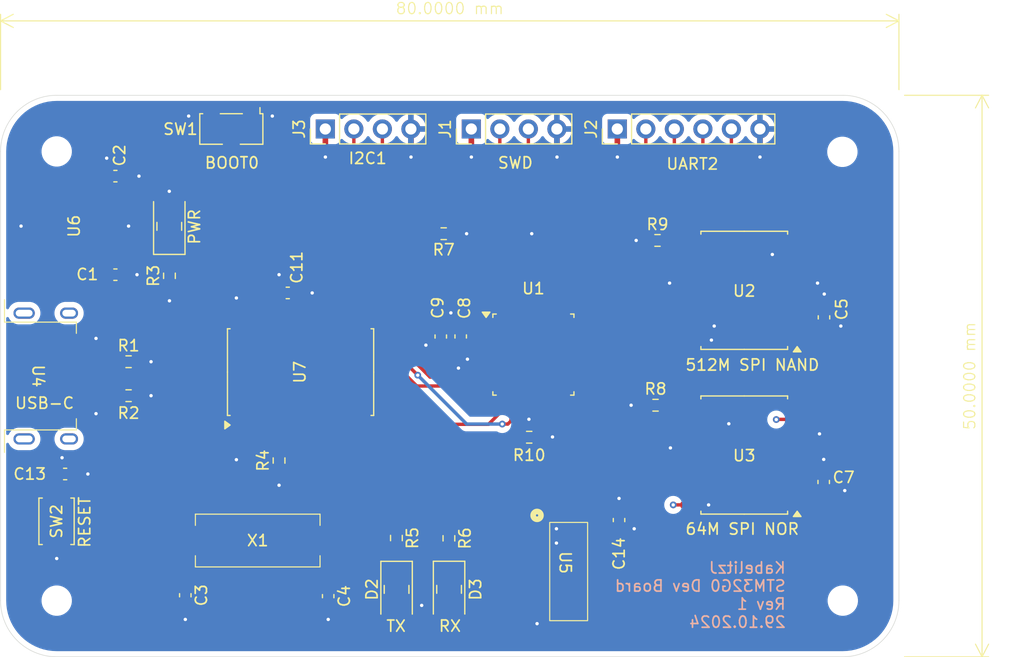
<source format=kicad_pcb>
(kicad_pcb (version 20240108) (generator "pcbnew") (generator_version "8.0")
  (layers (0 "F.Cu" signal) (1 "In1.Cu" signal) (2 "In2.Cu" signal) (31 "B.Cu" signal) (34 "B.Paste" user) (35 "F.Paste" user) (36 "B.SilkS" user "B.Silkscreen") (37 "F.SilkS" user "F.Silkscreen") (38 "B.Mask" user) (39 "F.Mask" user) (44 "Edge.Cuts" user))
  (net 0 "")
  (net 1 "GND")
  (net 2 "+3.3V")
  (net 3 "NRST")
  (net 4 "BOOT0")
  (net 9 "FLASH_CS")
  (net 19 "SWDIO")
  (net 20 "+5V_USB")
  (net 21 "USB_D+")
  (net 28 "SPI1_SCK")
  (net 29 "SPI1_MOSI")
  (net 30 "SPI1_MISO")
  (net 32 "/UART/RST")
  (net 33 "USB_D-")
  (net 34 "I2C1_SDA")
  (net 35 "I2C1_SCL")
  (net 36 "Net-(U3-HOLD(IO_{3}))")
  (net 37 "/UART/OSC1")
  (net 38 "/UART/OSC2")
  (net 39 "Net-(D2-A)")
  (net 40 "Net-(D3-A)")
  (net 41 "UART1_RX")
  (net 42 "UART1_RTS")
  (net 43 "UART1_CTS")
  (net 44 "UART1_TX")
  (net 45 "Net-(U2-HOLD(IO_{3}))")
  (net 46 "UART2_RTS")
  (net 47 "UART2_TX")
  (net 48 "UART2_RX")
  (net 49 "UART2_CTS")
  (net 62 "/UART/TX_LED")
  (net 63 "/UART/RX_LED")
  (net 64 "/POWER_SUPPLY/PWR_LED")
  (net 65 "/POWER_SUPPLY/CC")
  (net 66 "FLASH_NOR_CS")
  (footprint "Capacitor_SMD:C_0603_1608Metric" (layer "F.Cu") (at 163.325 99.775 90)
    (property "Reference" "C5")
    (property "Value" "220n")
  )
  (footprint "Resistor_SMD:R_0603_1608Metric" (layer "F.Cu") (at 148.325 107.6)
    (property "Reference" "R8")
    (property "Value" "10k")
  )
  (footprint "Resistor_SMD:R_0603_1608Metric" (layer "F.Cu") (at 105.04 96.075 90)
    (property "Reference" "R3")
    (property "Value" "2k2")
  )
  (footprint "Capacitor_SMD:C_0603_1608Metric" (layer "F.Cu") (at 95.75 113.725 180)
    (property "Reference" "C13")
    (property "Value" "C")
  )
  (footprint "Capacitor_SMD:C_0603_1608Metric" (layer "F.Cu") (at 106.45 124.52 -90)
    (property "Reference" "C3")
    (property "Value" "C")
  )
  (footprint "Capacitor_SMD:C_0603_1608Metric" (layer "F.Cu") (at 145.075 117.825 90)
    (property "Reference" "C14")
    (property "Value" "C")
  )
  (footprint "Connector_PinHeader_2.54mm:PinHeader_1x06_P2.54mm_Vertical" (layer "F.Cu") (at 144.92 83 90)
    (property "Reference" "J2")
    (property "Value" "Conn_01x06_Pin" (hide yes))
  )
  (footprint "Capacitor_SMD:C_0603_1608Metric" (layer "F.Cu") (at 100.225 95.975)
    (property "Reference" "C1")
    (property "Value" "1u")
  )
  (footprint "Resistor_SMD:R_0603_1608Metric" (layer "F.Cu") (at 137.075 110.45)
    (property "Reference" "R10")
    (property "Value" "10k")
  )
  (footprint "Connector_PinHeader_2.54mm:PinHeader_1x04_P2.54mm_Vertical" (layer "F.Cu") (at 118.92 83 90)
    (property "Reference" "J3")
    (property "Value" "Conn_01x04_Pin" (hide yes))
  )
  (footprint "Resistor_SMD:R_0603_1608Metric" (layer "F.Cu") (at 148.5 92.925)
    (property "Reference" "R9")
    (property "Value" "10k")
  )
  (footprint "Button_Switch_SMD:Nidec_Copal_CAS-120A" (layer "F.Cu") (at 110.55 83 -90)
    (property "Reference" "SW1")
    (property "Value" "SW_Nidec_CAS-120A1" (hide yes))
  )
  (footprint "LED_SMD:LED_PLCC-2_3x2mm_AK" (layer "F.Cu") (at 129.94 123.995 -90)
    (property "Reference" "D3")
    (property "Value" "LED")
  )
  (footprint "Capacitor_SMD:C_0603_1608Metric" (layer "F.Cu") (at 130.975 101.475 90)
    (property "Reference" "C8")
    (property "Value" "100u")
  )
  (footprint "MountingHole:MountingHole_2.2mm_M2" (layer "F.Cu") (at 164.964466 85.035534)
    (property "Reference" "H2" (hide yes))
    (property "Value" "MountingHole" (hide yes))
  )
  (footprint "Capacitor_SMD:C_0603_1608Metric" (layer "F.Cu") (at 163.3 114.435 90)
    (property "Reference" "C7")
    (property "Value" "220n")
  )
  (footprint "Resistor_SMD:R_0603_1608Metric" (layer "F.Cu") (at 129.925 119.45 -90)
    (property "Reference" "R6")
    (property "Value" "R")
  )
  (footprint "Capacitor_SMD:C_0603_1608Metric" (layer "F.Cu") (at 100.225 87.2)
    (property "Reference" "C2")
    (property "Value" "10u")
  )
  (footprint "LED_SMD:LED_PLCC-2_3x2mm_AK" (layer "F.Cu") (at 105.025 91.67 90)
    (property "Reference" "D1" (hide yes))
    (property "Value" "LED")
  )
  (footprint "Package_SO:SOIC-20W_7.5x12.8mm_P1.27mm" (layer "F.Cu") (at 116.715 104.65 90)
    (property "Reference" "U7")
    (property "Value" "MCP2200-I-SO")
  )
  (footprint "Resistor_SMD:R_0603_1608Metric" (layer "F.Cu") (at 125.25 119.425 -90)
    (property "Reference" "R5")
    (property "Value" "R")
  )
  (footprint "MountingHole:MountingHole_2.2mm_M2" (layer "F.Cu") (at 95 85)
    (property "Reference" "H1" (hide yes))
    (property "Value" "MountingHole" (hide yes))
  )
  (footprint "Resistor_SMD:R_0603_1608Metric" (layer "F.Cu") (at 101.4 106.75)
    (property "Reference" "R2")
    (property "Value" "5k1")
  )
  (footprint "custom:74AC14SCX" (layer "F.Cu") (at 140.575 122.41 -90)
    (property "Reference" "U5")
    (property "Value" "~")
  )
  (footprint "Package_SO:SOIC-16W_7.5x10.3mm_P1.27mm" (layer "F.Cu") (at 156.225 112.035 180)
    (property "Reference" "U3")
    (property "Value" "~")
  )
  (footprint "MountingHole:MountingHole_2.2mm_M2" (layer "F.Cu") (at 95 125)
    (property "Reference" "H4" (hide yes))
    (property "Value" "MountingHole" (hide yes))
  )
  (footprint "custom:73-XT49M1200-S" (layer "F.Cu") (at 112.9 119.65)
    (property "Reference" "X1")
    (property "Value" "12M")
  )
  (footprint "Package_QFP:LQFP-32_7x7mm_P0.8mm" (layer "F.Cu") (at 137.45 103.09)
    (property "Reference" "U1")
    (property "Value" "STM32G0B0KETx")
  )
  (footprint "Connector_PinHeader_2.54mm:PinHeader_1x04_P2.54mm_Vertical" (layer "F.Cu") (at 131.92 83 90)
    (property "Reference" "J1")
    (property "Value" "Conn_01x04_Pin" (hide yes))
  )
  (footprint "Capacitor_SMD:C_0603_1608Metric" (layer "F.Cu") (at 119.175 124.6 -90)
    (property "Reference" "C4")
    (property "Value" "C")
  )
  (footprint "custom:TPS7B8333QDCYRQ1" (layer "F.Cu") (at 96.55 91.65 90)
    (property "Reference" "U6")
    (property "Value" "~")
  )
  (footprint "Button_Switch_SMD:SW_Push_SPST_NO_Alps_SKRK" (layer "F.Cu") (at 94.985 117.935 90)
    (property "Reference" "SW2")
    (property "Value" "SW_Push")
  )
  (footprint "Resistor_SMD:R_0603_1608Metric" (layer "F.Cu") (at 114.8 112.525 90)
    (property "Reference" "R4")
    (property "Value" "4k7")
  )
  (footprint "Resistor_SMD:R_0603_1608Metric" (layer "F.Cu") (at 101.4 103.725)
    (property "Reference" "R1")
    (property "Value" "5k1")
  )
  (footprint "custom:UJ20-C-H-C-MSMT-TR" (layer "F.Cu") (at 93.35 105 -90)
    (property "Reference" "U4")
    (property "Value" "~" (hide yes))
  )
  (footprint "LED_SMD:LED_PLCC-2_3x2mm_AK" (layer "F.Cu") (at 125.265 124 -90)
    (property "Reference" "D2")
    (property "Value" "LED")
  )
  (footprint "MountingHole:MountingHole_2.2mm_M2" (layer "F.Cu") (at 165 125)
    (property "Reference" "H3" (hide yes))
    (property "Value" "MountingHole" (hide yes))
  )
  (footprint "Package_SO:SOIC-16W_7.5x10.3mm_P1.27mm" (layer "F.Cu") (at 156.225 97.37 180)
    (property "Reference" "U2")
    (property "Value" "~")
  )
  (footprint "Resistor_SMD:R_0603_1608Metric" (layer "F.Cu") (at 129.46 92.325 180)
    (property "Reference" "R7")
    (property "Value" "10k")
  )
  (footprint "Capacitor_SMD:C_0603_1608Metric" (layer "F.Cu") (at 129.2 101.48 90)
    (property "Reference" "C9")
    (property "Value" "C")
  )
  (footprint "Capacitor_SMD:C_0603_1608Metric" (layer "F.Cu") (at 115.575 97.6)
    (property "Reference" "C11")
    (property "Value" "C")
  )
  (gr_line (start 95 80) (end 165 80) (stroke (width 0.05)) (layer "Edge.Cuts"))
  (gr_arc (start 90 85) (mid 91.464466 81.464466) (end 95 80) (stroke (width 0.05)) (layer "Edge.Cuts"))
  (gr_arc (start 95 130) (mid 91.464466 128.535534) (end 90 125) (stroke (width 0.05)) (layer "Edge.Cuts"))
  (gr_line (start 90 85) (end 90 125) (stroke (width 0.05)) (layer "Edge.Cuts"))
  (gr_line (start 170 125) (end 170 85) (stroke (width 0.05)) (layer "Edge.Cuts"))
  (gr_arc (start 170 125) (mid 168.535534 128.535534) (end 165 130) (stroke (width 0.05)) (layer "Edge.Cuts"))
  (gr_arc (start 165 80) (mid 168.535534 81.464466) (end 170 85) (stroke (width 0.05)) (layer "Edge.Cuts"))
  (gr_line (start 95 130) (end 165 130) (stroke (width 0.05)) (layer "Edge.Cuts"))
  (gr_text "KabelitzJ\nSTM32G0 Dev Board\nRev 1\n29.10.2024" (at 160 127.5 0) (layer "B.SilkS") (effects (font (size 1 1)) (justify left bottom mirror)))
  (gr_text "SWD" (at 134.2 86.6 0) (layer "F.SilkS") (effects (font (size 1 1)) (justify left bottom)))
  (gr_text "TX" (at 124.265 127.855 0) (layer "F.SilkS") (effects (font (size 1 1)) (justify left bottom)))
  (gr_text "PWR" (at 107.85 93.375 90) (layer "F.SilkS") (effects (font (size 1 1)) (justify left bottom)))
  (gr_text "64M SPI NOR" (at 150.9 119.21 0) (layer "F.SilkS") (effects (font (size 1 1)) (justify left bottom)))
  (gr_text "USB-C" (at 91.2 108 0) (layer "F.SilkS") (effects (font (size 1 1)) (justify left bottom)))
  (gr_text "RX" (at 128.94 127.85 0) (layer "F.SilkS") (effects (font (size 1 1)) (justify left bottom)))
  (gr_text "RESET" (at 98.075 120.375 90) (layer "F.SilkS") (effects (font (size 1 1)) (justify left bottom)))
  (gr_text "UART2" (at 149.2 86.7 0) (layer "F.SilkS") (effects (font (size 1 1)) (justify left bottom)))
  (gr_text "BOOT0" (at 108.1 86.6 0) (layer "F.SilkS") (effects (font (size 1 1)) (justify left bottom)))
  (gr_text "512M SPI NAND" (at 150.9 104.6 0) (layer "F.SilkS") (effects (font (size 1 1)) (justify left bottom)))
  (gr_text "I2C1\n" (at 120.9 86.2 0) (layer "F.SilkS") (effects (font (size 1 1)) (justify left bottom)))
  (dimension (type aligned) (layer "F.SilkS") (pts (xy 170 80) (xy 170 130)) (height -7.4) (gr_text "50,0000 mm" (at 176.3 105 90) (layer "F.SilkS") (effects (font (size 1 1) (thickness 0.1)))) (format (prefix "") (suffix "") (units 3) (units_format 1) (precision 4)) (style (thickness 0.1) (arrow_length 1.27) (text_position_mode 0) (extension_height 0.58642) (extension_offset 0.5) keep_text_aligned))
  (dimension (type aligned) (layer "F.SilkS") (pts (xy 90 80) (xy 170 80)) (height -6.625) (gr_text "80,0000 mm" (at 130 72.275 0) (layer "F.SilkS") (effects (font (size 1 1) (thickness 0.1)))) (format (prefix "") (suffix "") (units 3) (units_format 1) (precision 4)) (style (thickness 0.1) (arrow_length 1.27) (text_position_mode 0) (extension_height 0.58642) (extension_offset 0.5) keep_text_aligned))
  (segment (start 151.575 111.4) (end 149.65 111.4) (width 0.5) (layer "F.Cu") (net 1))
  (segment (start 93.65 91.65) (end 91.825 91.65) (width 0.5) (layer "F.Cu") (net 1))
  (segment (start 157.625 83.005) (end 157.62 83) (width 0.5) (layer "F.Cu") (net 1))
  (segment (start 160.875 96.735) (end 160.875 95.465) (width 0.5) (layer "F.Cu") (net 1))
  (segment (start 149.575 96.725) (end 151.565 96.725) (width 0.5) (layer "F.Cu") (net 1))
  (segment (start 163.3 113.66) (end 163.3 112.425) (width 0.5) (layer "F.Cu") (net 1))
  (segment (start 151.575 96.735) (end 151.575 98.005) (width 0.5) (layer "F.Cu") (net 1))
  (segment (start 160.875 112.67) (end 160.875 111.4) (width 0.5) (layer "F.Cu") (net 1))
  (segment (start 126.55 85.5) (end 126.55 83.01) (width 0.5) (layer "F.Cu") (net 1))
  (segment (start 102.325 87.2) (end 101 87.2) (width 0.5) (layer "F.Cu") (net 1))
  (segment (start 97.3 101.65) (end 98.5 101.65) (width 0.5) (layer "F.Cu") (net 1))
  (segment (start 160.875 111.4) (end 160.875 110.13) (width 0.5) (layer "F.Cu") (net 1))
  (segment (start 97.3 108.35) (end 97.3 108.177) (width 0.5) (layer "F.Cu") (net 1))
  (segment (start 97.3 101.65) (end 97.3 101.823) (width 0.5) (layer "F.Cu") (net 1))
  (segment (start 145.075 117.05) (end 145.075 115.9) (width 0.5) (layer "F.Cu") (net 1))
  (segment (start 162.74 96.735) (end 162.75 96.725) (width 0.5) (layer "F.Cu") (net 1))
  (segment (start 151.575 98.005) (end 151.575 99.275) (width 0.5) (layer "F.Cu") (net 1))
  (segment (start 151.575 113.94) (end 151.575 112.67) (width 0.5) (layer "F.Cu") (net 1))
  (segment (start 102.225 103.725) (end 103.4 103.725) (width 0.5) (layer "F.Cu") (net 1))
  (segment (start 139.55 83.01) (end 139.54 83) (width 0.5) (layer "F.Cu") (net 1))
  (segment (start 119.1775 125.3775) (end 119.175 125.375) (width 0.5) (layer "F.Cu") (net 1))
  (segment (start 125.265 125.425) (end 127.5 125.425) (width 0.5) (layer "F.Cu") (net 1))
  (segment (start 151.575 96.735) (end 151.575 95.465) (width 0.5) (layer "F.Cu") (net 1))
  (segment (start 111 98.05) (end 111 100) (width 0.5) (layer "F.Cu") (net 1))
  (segment (start 99.45 91.65) (end 101.4 91.65) (width 0.5) (layer "F.Cu") (net 1))
  (segment (start 160.875 98.005) (end 160.875 96.735) (width 0.5) (layer "F.Cu") (net 1))
  (segment (start 151.565 96.725) (end 151.575 96.735) (width 0.5) (layer "F.Cu") (net 1))
  (segment (start 157.625 85.5) (end 157.625 83.005) (width 0.5) (layer "F.Cu") (net 1))
  (segment (start 102.175 103.725) (end 102.173 103.723) (width 0.5) (layer "F.Cu") (net 1))
  (segment (start 129.2 100.275) (end 130.1 99.375) (width 0.5) (layer "F.Cu") (net 1))
  (segment (start 97.775 113.725) (end 96.525 113.725) (width 0.5) (layer "F.Cu") (net 1))
  (segment (start 160.875 110.13) (end 162.905 110.13) (width 0.5) (layer "F.Cu") (net 1))
  (segment (start 102.225 106.75) (end 103.4 106.75) (width 0.5) (layer "F.Cu") (net 1))
  (segment (start 162.905 110.13) (end 162.925 110.15) (width 0.5) (layer "F.Cu") (net 1))
  (segment (start 94.985 121.235) (end 95 121.25) (width 0.5) (layer "F.Cu") (net 1))
  (segment (start 119.1775 126.675) (end 119.1775 125.3775) (width 0.5) (layer "F.Cu") (net 1))
  (segment (start 129.935 125.425) (end 129.94 125.42) (width 0.5) (layer "F.Cu") (net 1))
  (segment (start 151.575 95.465) (end 151.575 94.195) (width 0.5) (layer "F.Cu") (net 1))
  (segment (start 94.985 120.035) (end 94.985 121.235) (width 0.5) (layer "F.Cu") (net 1))
  (segment (start 151.575 110.13) (end 151.575 108.86) (width 0.5) (layer "F.Cu") (net 1))
  (segment (start 151.575 111.4) (end 151.575 110.13) (width 0.5) (layer "F.Cu") (net 1))
  (segment (start 137.775 126.22) (end 137.775 127.05) (width 0.5) (layer "F.Cu") (net 1))
  (segment (start 163.35 98.975) (end 163.325 99) (width 0.5) (layer "F.Cu") (net 1))
  (segment (start 126.55 83.01) (end 126.54 83) (width 0.5) (layer "F.Cu") (net 1))
  (segment (start 129.205 100.7) (end 129.2 100.705) (width 0.5) (layer "F.Cu") (net 1))
  (segment (start 112.3 81.85) (end 114.2 81.85) (width 0.5) (layer "F.Cu") (net 1))
  (segment (start 133.275 103.49) (end 131.585 103.49) (width 0.5) (layer "F.Cu") (net 1))
  (segment (start 130.975 100.7) (end 130.975 100.25) (width 0.5) (layer "F.Cu") (net 1))
  (segment (start 105.025 90.245) (end 105.025 88.55) (width 0.5) (layer "F.Cu") (net 1))
  (segment (start 101 95.975) (end 102.15 95.975) (width 0.5) (layer "F.Cu") (net 1))
  (segment (start 130.975 100.25) (end 130.1 99.375) (width 0.5) (layer "F.Cu") (net 1))
  (segment (start 160.875 99.275) (end 160.875 98.005) (width 0.5) (layer "F.Cu") (net 1))
  (segment (start 127.5 125.425) (end 129.935 125.425) (width 0.5) (layer "F.Cu") (net 1))
  (segment (start 97.3 108.35) (end 98.5 108.35) (width 0.5) (layer "F.Cu") (net 1))
  (segment (start 160.875 96.735) (end 162.74 96.735) (width 0.5) (layer "F.Cu") (net 1))
  (segment (start 129.2 100.705) (end 129.2 100.275) (width 0.5) (layer "F.Cu") (net 1))
  (segment (start 106.45 125.295) (end 106.45 126.6725) (width 0.5) (layer "F.Cu") (net 1))
  (segment (start 106.45 126.6725) (end 106.4525 126.675) (width 0.5) (layer "F.Cu") (net 1))
  (segment (start 131.585 103.49) (end 131.575 103.5) (width 0.5) (layer "F.Cu") (net 1))
  (segment (start 116.35 97.6) (end 117.75 97.6) (width 0.5) (layer "F.Cu") (net 1))
  (segment (start 139.55 85.5) (end 139.55 83.01) (width 0.5) (layer "F.Cu") (net 1))
  (segment (start 151.575 111.4) (end 151.575 112.67) (width 0.5) (layer "F.Cu") (net 1))
  (segment (start 163.35 97.7) (end 163.35 98.975) (width 0.5) (layer "F.Cu") (net 1))
  (via (at 130.1 99.375) (size 0.6) (drill 0.3) (layers "F.Cu" "B.Cu") (net 1))
  (via (at 162.925 110.15) (size 0.6) (drill 0.3) (layers "F.Cu" "B.Cu") (net 1))
  (via (at 162.75 96.725) (size 0.6) (drill 0.3) (layers "F.Cu" "B.Cu") (net 1))
  (via (at 111 98.05) (size 0.6) (drill 0.3) (layers "F.Cu" "B.Cu") (net 1))
  (via (at 137.775 127.05) (size 0.6) (drill 0.3) (layers "F.Cu" "B.Cu") (net 1))
  (via (at 114.2 81.85) (size 0.6) (drill 0.3) (layers "F.Cu" "B.Cu") (net 1))
  (via (at 106.4525 126.675) (size 0.6) (drill 0.3) (layers "F.Cu" "B.Cu") (net 1))
  (via (at 97.775 113.725) (size 0.6) (drill 0.3) (layers "F.Cu" "B.Cu") (net 1))
  (via (at 145.075 115.9) (size 0.6) (drill 0.3) (layers "F.Cu" "B.Cu") (net 1))
  (via (at 102.15 95.975) (size 0.6) (drill 0.3) (layers "F.Cu" "B.Cu") (net 1))
  (via (at 98.5 108.35) (size 0.6) (drill 0.3) (layers "F.Cu" "B.Cu") (net 1))
  (via (at 103.4 106.75) (size 0.6) (drill 0.3) (layers "F.Cu" "B.Cu") (net 1))
  (via (at 163.35 97.7) (size 0.6) (drill 0.3) (layers "F.Cu" "B.Cu") (net 1))
  (via (at 102.325 87.2) (size 0.6) (drill 0.3) (layers "F.Cu" "B.Cu") (net 1))
  (via (at 98.5 101.65) (size 0.6) (drill 0.3) (layers "F.Cu" "B.Cu") (net 1))
  (via (at 157.625 85.5) (size 0.6) (drill 0.3) (layers "F.Cu" "B.Cu") (net 1))
  (via (at 101.4 91.65) (size 0.6) (drill 0.3) (layers "F.Cu" "B.Cu") (net 1))
  (via (at 117.75 97.6) (size 0.6) (drill 0.3) (layers "F.Cu" "B.Cu") (net 1))
  (via (at 127.5 125.425) (size 0.6) (drill 0.3) (layers "F.Cu" "B.Cu") (net 1))
  (via (at 103.4 103.725) (size 0.6) (drill 0.3) (layers "F.Cu" "B.Cu") (net 1))
  (via (at 149.575 96.725) (size 0.6) (drill 0.3) (layers "F.Cu" "B.Cu") (net 1))
  (via (at 95 121.25) (size 0.6) (drill 0.3) (layers "F.Cu" "B.Cu") (net 1))
  (via (at 105.025 88.55) (size 0.6) (drill 0.3) (layers "F.Cu" "B.Cu") (net 1))
  (via (at 163.3 112.425) (size 0.6) (drill 0.3) (layers "F.Cu" "B.Cu") (net 1))
  (via (at 149.65 111.4) (size 0.6) (drill 0.3) (layers "F.Cu" "B.Cu") (net 1))
  (via (at 119.1775 126.675) (size 0.6) (drill 0.3) (layers "F.Cu" "B.Cu") (net 1))
  (via (at 91.825 91.65) (size 0.6) (drill 0.3) (layers "F.Cu" "B.Cu") (net 1))
  (via (at 139.55 85.5) (size 0.6) (drill 0.3) (layers "F.Cu" "B.Cu") (net 1))
  (via (at 126.55 85.5) (size 0.6) (drill 0.3) (layers "F.Cu" "B.Cu") (net 1))
  (via (at 131.575 103.5) (size 0.6) (drill 0.3) (layers "F.Cu" "B.Cu") (net 1))
  (segment (start 147.675 92.925) (end 146.6 92.925) (width 0.5) (layer "F.Cu") (net 2))
  (segment (start 137.9 110.425) (end 139.15 110.425) (width 0.3) (layer "F.Cu") (net 2))
  (segment (start 114.8 95.975) (end 114.8 97.6) (width 0.5) (layer "F.Cu") (net 2))
  (segment (start 163.3 115.21) (end 160.875 115.21) (width 0.5) (layer "F.Cu") (net 2))
  (segment (start 105.04 98.3) (end 105.04 96.9) (width 0.5) (layer "F.Cu") (net 2))
  (segment (start 144.925 83.005) (end 144.92 83) (width 0.5) (layer "F.Cu") (net 2))
  (segment (start 165.175 115.2) (end 163.31 115.2) (width 0.5) (layer "F.Cu") (net 2))
  (segment (start 132.19 102.69) (end 133.275 102.69) (width 0.5) (layer "F.Cu") (net 2))
  (segment (start 99.45 89.35) (end 99.45 87.2) (width 0.5) (layer "F.Cu") (net 2))
  (segment (start 130.975 102.25) (end 131.75 102.25) (width 0.5) (layer "F.Cu") (net 2))
  (segment (start 130.97 102.255) (end 130.975 102.25) (width 0.5) (layer "F.Cu") (net 2))
  (segment (start 164.825 100.55) (end 163.325 100.55) (width 0.5) (layer "F.Cu") (net 2))
  (segment (start 129.2 102.255) (end 130.97 102.255) (width 0.5) (layer "F.Cu") (net 2))
  (segment (start 131.925 83.005) (end 131.92 83) (width 0.5) (layer "F.Cu") (net 2))
  (segment (start 163.325 100.55) (end 160.88 100.55) (width 0.5) (layer "F.Cu") (net 2))
  (segment (start 144.925 85.5) (end 144.925 83.005) (width 0.5) (layer "F.Cu") (net 2))
  (segment (start 163.31 115.2) (end 163.3 115.21) (width 0.5) (layer "F.Cu") (net 2))
  (segment (start 131.75 102.25) (end 132.19 102.69) (width 0.5) (layer "F.Cu") (net 2))
  (segment (start 111 112.45) (end 111 109.3) (width 0.5) (layer "F.Cu") (net 2))
  (segment (start 114.8 99.99) (end 114.81 100) (width 0.5) (layer "F.Cu") (net 2))
  (segment (start 146.425 118.6) (end 145.075 118.6) (width 0.5) (layer "F.Cu") (net 2))
  (segment (start 106.75 81.85) (end 108.8 81.85) (width 0.5) (layer "F.Cu") (net 2))
  (segment (start 146.15 107.6) (end 147.5 107.6) (width 0.5) (layer "F.Cu") (net 2))
  (segment (start 114.8 114.725) (end 114.8 113.35) (width 0.5) (layer "F.Cu") (net 2))
  (segment (start 129.2 102.255) (end 127.88 102.255) (width 0.5) (layer "F.Cu") (net 2))
  (segment (start 131.925 85.5) (end 131.925 83.005) (width 0.5) (layer "F.Cu") (net 2))
  (segment (start 118.925 83.005) (end 118.92 83) (width 0.5) (layer "F.Cu") (net 2))
  (segment (start 160.88 100.55) (end 160.875 100.545) (width 0.5) (layer "F.Cu") (net 2))
  (segment (start 145.075 118.6) (end 143.575 118.6) (width 0.5) (layer "F.Cu") (net 2))
  (segment (start 143.425 118.55) (end 143.375 118.6) (width 0.5) (layer "F.Cu") (net 2))
  (segment (start 99.45 87.2) (end 99.45 85.6) (width 0.5) (layer "F.Cu") (net 2))
  (segment (start 118.925 85.5) (end 118.925 83.005) (width 0.5) (layer "F.Cu") (net 2))
  (segment (start 114.8 97.6) (end 114.8 99.99) (width 0.5) (layer "F.Cu") (net 2))
  (segment (start 127.88 102.255) (end 127.875 102.25) (width 0.5) (layer "F.Cu") (net 2))
  (via blind (at 105.04 98.3) (size 0.6) (drill 0.3) (layers "F.Cu" "In2.Cu") (net 2))
  (via blind (at 164.825 100.55) (size 0.6) (drill 0.3) (layers "F.Cu" "In2.Cu") (net 2))
  (via blind (at 114.8 114.725) (size 0.6) (drill 0.3) (layers "F.Cu" "In2.Cu") (net 2))
  (via blind (at 127.875 102.25) (size 0.6) (drill 0.3) (layers "F.Cu" "In2.Cu") (net 2))
  (via blind (at 144.925 85.5) (size 0.6) (drill 0.3) (layers "F.Cu" "In2.Cu") (net 2))
  (via blind (at 139.15 110.425) (size 0.6) (drill 0.3) (layers "F.Cu" "In2.Cu") (net 2))
  (via blind (at 114.8 95.975) (size 0.6) (drill 0.3) (layers "F.Cu" "In2.Cu") (net 2))
  (via blind (at 131.925 85.5) (size 0.6) (drill 0.3) (layers "F.Cu" "In2.Cu") (net 2))
  (via blind (at 146.425 118.6) (size 0.6) (drill 0.3) (layers "F.Cu" "In2.Cu") (net 2))
  (via blind (at 99.45 85.6) (size 0.6) (drill 0.3) (layers "F.Cu" "In2.Cu") (net 2))
  (via blind (at 165.175 115.2) (size 0.6) (drill 0.3) (layers "F.Cu" "In2.Cu") (net 2))
  (via blind (at 146.15 107.6) (size 0.6) (drill 0.3) (layers "F.Cu" "In2.Cu") (net 2))
  (via blind (at 111 112.45) (size 0.6) (drill 0.3) (layers "F.Cu" "In2.Cu") (net 2))
  (via blind (at 106.75 81.85) (size 0.6) (drill 0.3) (layers "F.Cu" "In2.Cu") (net 2))
  (via blind (at 118.925 85.5) (size 0.6) (drill 0.3) (layers "F.Cu" "In2.Cu") (net 2))
  (via blind (at 146.6 92.925) (size 0.6) (drill 0.3) (layers "F.Cu" "In2.Cu") (net 2))
  (segment (start 94.985 113.735) (end 94.975 113.725) (width 0.5) (layer "F.Cu") (net 3))
  (segment (start 94.975 113.725) (end 94.975 112.775) (width 0.3) (layer "F.Cu") (net 3))
  (segment (start 94.975 112.775) (end 95.475 112.275) (width 0.3) (layer "F.Cu") (net 3))
  (segment (start 130.775 104.295) (end 133.27 104.295) (width 0.3) (layer "F.Cu") (net 3))
  (segment (start 94.985 115.835) (end 94.985 113.735) (width 0.3) (layer "F.Cu") (net 3))
  (segment (start 133.27 104.295) (end 133.275 104.29) (width 0.5) (layer "F.Cu") (net 3))
  (via blind (at 130.775 104.295) (size 0.6) (drill 0.3) (layers "F.Cu" "In1.Cu") (net 3))
  (via blind (at 95.475 112.275) (size 0.6) (drill 0.3) (layers "F.Cu" "In1.Cu") (net 3))
  (segment (start 110.55 86) (end 116.875 92.325) (width 0.3) (layer "F.Cu") (net 4))
  (segment (start 134.46 83) (end 134.46 89.485) (width 0.3) (layer "F.Cu") (net 4))
  (segment (start 110.55 84.15) (end 110.55 86) (width 0.3) (layer "F.Cu") (net 4))
  (segment (start 140.25 97.32) (end 140.25 95.275) (width 0.3) (layer "F.Cu") (net 4))
  (segment (start 138.825 93.85) (end 137.3 92.325) (width 0.3) (layer "F.Cu") (net 4))
  (segment (start 134.46 89.485) (end 137.3 92.325) (width 0.3) (layer "F.Cu") (net 4))
  (segment (start 140.25 97.32) (end 140.25 98.915) (width 0.3) (layer "F.Cu") (net 4))
  (segment (start 130.285 92.325) (end 131.5 92.325) (width 0.3) (layer "F.Cu") (net 4))
  (segment (start 116.875 92.325) (end 128.635 92.325) (width 0.3) (layer "F.Cu") (net 4))
  (segment (start 140.25 95.275) (end 138.825 93.85) (width 0.3) (layer "F.Cu") (net 4))
  (via blind (at 137.3 92.325) (size 0.6) (drill 0.3) (layers "F.Cu" "In1.Cu") (net 4))
  (via blind (at 131.5 92.325) (size 0.6) (drill 0.3) (layers "F.Cu" "In1.Cu") (net 4))
  (segment (start 136.25 107.265) (end 136.25 110.425) (width 0.3) (layer "F.Cu") (net 9))
  (segment (start 136.25 110.425) (end 136.25 117.075) (width 0.3) (layer "F.Cu") (net 9))
  (segment (start 136.25 117.075) (end 137.775 118.6) (width 0.3) (layer "F.Cu") (net 9))
  (segment (start 160.855 94.175) (end 160.875 94.195) (width 0.3) (layer "F.Cu") (net 9))
  (segment (start 158.725 94.175) (end 160.855 94.175) (width 0.3) (layer "F.Cu") (net 9))
  (segment (start 137.775 118.6) (end 139.5 118.6) (width 0.3) (layer "F.Cu") (net 9))
  (via blind (at 158.725 94.175) (size 0.6) (drill 0.3) (layers "F.Cu" "In1.Cu") (net 9))
  (via blind (at 139.5 118.6) (size 0.6) (drill 0.3) (layers "F.Cu" "In1.Cu") (net 9))
  (segment (start 141.625 95.075) (end 137 90.45) (width 0.3) (layer "F.Cu") (net 19))
  (segment (start 137 90.45) (end 137 83) (width 0.3) (layer "F.Cu") (net 19))
  (segment (start 141.625 100.29) (end 141.625 95.075) (width 0.3) (layer "F.Cu") (net 19))
  (segment (start 96.673 107.423) (end 97.3 107.423) (width 0.5) (layer "F.Cu") (net 20))
  (segment (start 95.571 103.84659) (end 95.571 106.321) (width 0.5) (layer "F.Cu") (net 20))
  (segment (start 96.66759 102.75) (end 95.571 103.84659) (width 0.5) (layer "F.Cu") (net 20))
  (segment (start 95.571 106.321) (end 96.627 107.377) (width 0.5) (layer "F.Cu") (net 20))
  (segment (start 99.45 95.975) (end 99.45 93.95) (width 0.5) (layer "F.Cu") (net 20))
  (segment (start 97.3 102.75) (end 98.460661 102.75) (width 0.5) (layer "F.Cu") (net 20))
  (segment (start 99.45 101.760661) (end 99.45 95.975) (width 0.5) (layer "F.Cu") (net 20))
  (segment (start 97.3 102.75) (end 97.3 102.45) (width 0.5) (layer "F.Cu") (net 20))
  (segment (start 98.460661 102.75) (end 99.45 101.760661) (width 0.5) (layer "F.Cu") (net 20))
  (segment (start 97.3 107.55) (end 97.3 107.377) (width 0.5) (layer "F.Cu") (net 20))
  (segment (start 96.627 107.377) (end 97.3 107.377) (width 0.5) (layer "F.Cu") (net 20))
  (segment (start 96.66759 102.75) (end 97.3 102.75) (width 0.5) (layer "F.Cu") (net 20))
  (segment (start 105.849266 105.55) (end 108.875 102.524266) (width 0.3) (layer "F.Cu") (net 21))
  (segment (start 108.875 102.524266) (end 108.875 98.674266) (width 0.3) (layer "F.Cu") (net 21))
  (segment (start 110.574266 96.975) (end 111.875734 96.975) (width 0.3) (layer "F.Cu") (net 21))
  (segment (start 112.275 99.995) (end 112.27 100) (width 0.3) (layer "F.Cu") (net 21))
  (segment (start 96.421131 105.75) (end 96.098 105.426869) (width 0.3) (layer "F.Cu") (net 21))
  (segment (start 99.585364 105.75) (end 99.785364 105.55) (width 0.3) (layer "F.Cu") (net 21))
  (segment (start 99.785364 105.55) (end 105.849266 105.55) (width 0.3) (layer "F.Cu") (net 21))
  (segment (start 97.3 105.75) (end 96.421131 105.75) (width 0.3) (layer "F.Cu") (net 21))
  (segment (start 97.3 105.75) (end 99.585364 105.75) (width 0.3) (layer "F.Cu") (net 21))
  (segment (start 96.421131 104.75) (end 97.3 104.75) (width 0.3) (layer "F.Cu") (net 21))
  (segment (start 111.875734 96.975) (end 112.275 97.374266) (width 0.3) (layer "F.Cu") (net 21))
  (segment (start 96.098 105.073131) (end 96.421131 104.75) (width 0.3) (layer "F.Cu") (net 21))
  (segment (start 96.098 105.426869) (end 96.098 105.073131) (width 0.3) (layer "F.Cu") (net 21))
  (segment (start 108.875 98.674266) (end 110.574266 96.975) (width 0.3) (layer "F.Cu") (net 21))
  (segment (start 112.275 97.374266) (end 112.275 99.995) (width 0.3) (layer "F.Cu") (net 21))
  (segment (start 151.575 116.48) (end 153.045 116.48) (width 0.3) (layer "F.Cu") (net 28))
  (segment (start 153.3 101.8) (end 151.59 101.8) (width 0.3) (layer "F.Cu") (net 28))
  (segment (start 151.59 101.8) (end 151.575 101.815) (width 0.3) (layer "F.Cu") (net 28))
  (segment (start 149.9 116.475) (end 151.57 116.475) (width 0.3) (layer "F.Cu") (net 28))
  (segment (start 151.57 116.475) (end 151.575 116.48) (width 0.3) (layer "F.Cu") (net 28))
  (segment (start 153.045 116.48) (end 153.05 116.475) (width 0.3) (layer "F.Cu") (net 28))
  (segment (start 137.05 107.265) (end 137.05 108.85) (width 0.3) (layer "F.Cu") (net 28))
  (via blind (at 137.05 108.85) (size 0.6) (drill 0.3) (layers "F.Cu" "In1.Cu") (net 28))
  (via (at 149.9 116.475) (size 0.6) (drill 0.3) (layers "F.Cu" "B.Cu") (net 28))
  (via blind (at 153.05 116.475) (size 0.6) (drill 0.3) (layers "F.Cu" "In1.Cu") (net 28))
  (via blind (at 153.3 101.8) (size 0.6) (drill 0.3) (layers "F.Cu" "In1.Cu") (net 28))
  (segment (start 137.85 107.265) (end 137.85 108.014999) (width 0.3) (layer "F.Cu") (net 29))
  (segment (start 137.85 108.014999) (end 145.045001 115.21) (width 0.3) (layer "F.Cu") (net 29))
  (segment (start 153.55 100.55) (end 151.58 100.55) (width 0.3) (layer "F.Cu") (net 29))
  (segment (start 152.599999 115.21) (end 154.85 112.959999) (width 0.3) (layer "F.Cu") (net 29))
  (segment (start 151.58 100.55) (end 151.575 100.545) (width 0.3) (layer "F.Cu") (net 29))
  (segment (start 154.85 112.959999) (end 154.85 109.25) (width 0.3) (layer "F.Cu") (net 29))
  (segment (start 151.575 115.21) (end 152.599999 115.21) (width 0.3) (layer "F.Cu") (net 29))
  (segment (start 145.045001 115.21) (end 151.575 115.21) (width 0.3) (layer "F.Cu") (net 29))
  (via blind (at 154.85 109.25) (size 0.6) (drill 0.3) (layers "F.Cu" "In1.Cu") (net 29))
  (via blind (at 153.55 100.55) (size 0.6) (drill 0.3) (layers "F.Cu" "In1.Cu") (net 29))
  (segment (start 138.65 108.014999) (end 139.685001 109.05) (width 0.3) (layer "F.Cu") (net 30))
  (segment (start 142.6 109.05) (end 146.475 105.175) (width 0.3) (layer "F.Cu") (net 30))
  (segment (start 138.65 107.265) (end 138.65 108.014999) (width 0.3) (layer "F.Cu") (net 30))
  (segment (start 164.36 107.59) (end 166.175 105.775) (width 0.3) (layer "F.Cu") (net 30))
  (segment (start 158.99 107.59) (end 160.875 107.59) (width 0.3) (layer "F.Cu") (net 30))
  (segment (start 160.875 107.59) (end 164.36 107.59) (width 0.3) (layer "F.Cu") (net 30))
  (segment (start 146.475 105.175) (end 156.575 105.175) (width 0.3) (layer "F.Cu") (net 30))
  (segment (start 156.575 105.175) (end 158.99 107.59) (width 0.3) (layer "F.Cu") (net 30))
  (segment (start 139.685001 109.05) (end 142.6 109.05) (width 0.3) (layer "F.Cu") (net 30))
  (segment (start 166.175 96.1) (end 163 92.925) (width 0.3) (layer "F.Cu") (net 30))
  (segment (start 166.175 105.775) (end 166.175 96.1) (width 0.3) (layer "F.Cu") (net 30))
  (segment (start 163 92.925) (end 160.875 92.925) (width 0.3) (layer "F.Cu") (net 30))
  (segment (start 114.8 109.31) (end 114.81 109.3) (width 0.5) (layer "F.Cu") (net 32))
  (segment (start 114.8 111.7) (end 114.8 109.31) (width 0.5) (layer "F.Cu") (net 32))
  (segment (start 110.325734 96.375) (end 112.124266 96.375) (width 0.3) (layer "F.Cu") (net 33))
  (segment (start 98.602 104.75) (end 99.585364 104.75) (width 0.3) (layer "F.Cu") (net 33))
  (segment (start 105.600734 104.95) (end 108.275 102.275734) (width 0.3) (layer "F.Cu") (net 33))
  (segment (start 113.525 99.985) (end 113.54 100) (width 0.3) (layer "F.Cu") (net 33))
  (segment (start 98.602 104.75) (end 98.102 104.25) (width 0.3) (layer "F.Cu") (net 33))
  (segment (start 98.102 105.25) (end 98.602 104.75) (width 0.3) (layer "F.Cu") (net 33))
  (segment (start 112.124266 96.375) (end 113.525 97.775734) (width 0.3) (layer "F.Cu") (net 33))
  (segment (start 97.3 105.25) (end 98.102 105.25) (width 0.3) (layer "F.Cu") (net 33))
  (segment (start 108.275 102.275734) (end 108.275 98.425734) (width 0.3) (layer "F.Cu") (net 33))
  (segment (start 98.102 104.25) (end 97.3 104.25) (width 0.3) (layer "F.Cu") (net 33))
  (segment (start 113.525 97.775734) (end 113.525 99.985) (width 0.3) (layer "F.Cu") (net 33))
  (segment (start 99.585364 104.75) (end 99.785364 104.95) (width 0.3) (layer "F.Cu") (net 33))
  (segment (start 108.275 98.425734) (end 110.325734 96.375) (width 0.3) (layer "F.Cu") (net 33))
  (segment (start 99.785364 104.95) (end 105.600734 104.95) (width 0.3) (layer "F.Cu") (net 33))
  (segment (start 124 83) (end 124 86.575) (width 0.3) (layer "F.Cu") (net 34))
  (segment (start 125.15 87.725) (end 131.025 87.725) (width 0.3) (layer "F.Cu") (net 34))
  (segment (start 124 86.575) (end 125.15 87.725) (width 0.3) (layer "F.Cu") (net 34))
  (segment (start 135.45 92.15) (end 135.45 98.915) (width 0.3) (layer "F.Cu") (net 34))
  (segment (start 131.025 87.725) (end 135.45 92.15) (width 0.3) (layer "F.Cu") (net 34))
  (segment (start 130.55 88.525) (end 124.325 88.525) (width 0.3) (layer "F.Cu") (net 35))
  (segment (start 121.46 85.66) (end 121.46 83) (width 0.3) (layer "F.Cu") (net 35))
  (segment (start 134.65 92.625) (end 130.55 88.525) (width 0.3) (layer "F.Cu") (net 35))
  (segment (start 134.65 98.915) (end 134.65 92.625) (width 0.3) (layer "F.Cu") (net 35))
  (segment (start 124.325 88.525) (end 121.46 85.66) (width 0.3) (layer "F.Cu") (net 35))
  (segment (start 160.875 116.48) (end 159.850001 116.48) (width 0.5) (layer "F.Cu") (net 36))
  (segment (start 149.66 107.59) (end 151.575 107.59) (width 0.5) (layer "F.Cu") (net 36))
  (segment (start 156.175 109.075) (end 154.69 107.59) (width 0.5) (layer "F.Cu") (net 36))
  (segment (start 159.850001 116.48) (end 156.175 112.804999) (width 0.5) (layer "F.Cu") (net 36))
  (segment (start 149.15 107.6) (end 149.65 107.6) (width 0.5) (layer "F.Cu") (net 36))
  (segment (start 149.65 107.6) (end 149.66 107.59) (width 0.5) (layer "F.Cu") (net 36))
  (segment (start 154.69 107.59) (end 151.575 107.59) (width 0.5) (layer "F.Cu") (net 36))
  (segment (start 156.175 112.804999) (end 156.175 109.075) (width 0.5) (layer "F.Cu") (net 36))
  (segment (start 112.27 115.505) (end 112.27 109.3) (width 0.3) (layer "F.Cu") (net 37))
  (segment (start 106.45 123.745) (end 106.45 121.325) (width 0.3) (layer "F.Cu") (net 37))
  (segment (start 106.45 121.325) (end 108.125 119.65) (width 0.3) (layer "F.Cu") (net 37))
  (segment (start 108.125 119.65) (end 112.27 115.505) (width 0.3) (layer "F.Cu") (net 37))
  (segment (start 119.175 121.15) (end 117.675 119.65) (width 0.3) (layer "F.Cu") (net 38))
  (segment (start 117.675 119.65) (end 113.54 115.515) (width 0.3) (layer "F.Cu") (net 38))
  (segment (start 113.54 115.515) (end 113.54 109.3) (width 0.3) (layer "F.Cu") (net 38))
  (segment (start 119.175 123.825) (end 119.175 121.15) (width 0.3) (layer "F.Cu") (net 38))
  (segment (start 125.25 120.25) (end 125.25 122.56) (width 0.5) (layer "F.Cu") (net 39))
  (segment (start 125.25 122.56) (end 125.265 122.575) (width 0.5) (layer "F.Cu") (net 39))
  (segment (start 129.94 122.57) (end 129.94 120.29) (width 0.5) (layer "F.Cu") (net 40))
  (segment (start 129.94 120.29) (end 129.925 120.275) (width 0.5) (layer "F.Cu") (net 40))
  (segment (start 144.625 101.325) (end 144.625 90.025) (width 0.3) (layer "F.Cu") (net 41))
  (segment (start 141.625 102.69) (end 143.26 102.69) (width 0.3) (layer "F.Cu") (net 41))
  (segment (start 152.54 84.765) (end 152.54 83) (width 0.3) (layer "F.Cu") (net 41))
  (segment (start 152.55 85.025) (end 152.55 84.775) (width 0.3) (layer "F.Cu") (net 41))
  (segment (start 143.26 102.69) (end 144.625 101.325) (width 0.3) (layer "F.Cu") (net 41))
  (segment (start 144.625 90.025) (end 148.15 86.5) (width 0.3) (layer "F.Cu") (net 41))
  (segment (start 148.15 86.5) (end 151.075 86.5) (width 0.3) (layer "F.Cu") (net 41))
  (segment (start 152.55 84.775) (end 152.54 84.765) (width 0.3) (layer "F.Cu") (net 41))
  (segment (start 151.075 86.5) (end 152.55 85.025) (width 0.3) (layer "F.Cu") (net 41))
  (segment (start 142.56 101.09) (end 142.95 100.7) (width 0.3) (layer "F.Cu") (net 42))
  (segment (start 142.95 100.7) (end 142.95 89.225) (width 0.3) (layer "F.Cu") (net 42))
  (segment (start 141.625 101.09) (end 142.56 101.09) (width 0.3) (layer "F.Cu") (net 42))
  (segment (start 142.95 89.225) (end 147.46 84.715) (width 0.3) (layer "F.Cu") (net 42))
  (segment (start 147.46 84.715) (end 147.46 83) (width 0.3) (layer "F.Cu") (net 42))
  (segment (start 148.825 85.625) (end 150 84.45) (width 0.3) (layer "F.Cu") (net 43))
  (segment (start 143.01 101.89) (end 143.775 101.125) (width 0.3) (layer "F.Cu") (net 43))
  (segment (start 143.775 89.625) (end 147.775 85.625) (width 0.3) (layer "F.Cu") (net 43))
  (segment (start 147.775 85.625) (end 148.825 85.625) (width 0.3) (layer "F.Cu") (net 43))
  (segment (start 141.625 101.89) (end 143.01 101.89) (width 0.3) (layer "F.Cu") (net 43))
  (segment (start 143.775 101.125) (end 143.775 89.625) (width 0.3) (layer "F.Cu") (net 43))
  (segment (start 150 84.45) (end 150 83) (width 0.3) (layer "F.Cu") (net 43))
  (segment (start 142.91 104.29) (end 145.5 101.7) (width 0.3) (layer "F.Cu") (net 44))
  (segment (start 145.5 90.5) (end 148.65 87.35) (width 0.3) (layer "F.Cu") (net 44))
  (segment (start 141.625 104.29) (end 142.91 104.29) (width 0.3) (layer "F.Cu") (net 44))
  (segment (start 148.65 87.35) (end 152.325 87.35) (width 0.3) (layer "F.Cu") (net 44))
  (segment (start 152.325 87.35) (end 155.08 84.595) (width 0.3) (layer "F.Cu") (net 44))
  (segment (start 145.5 101.7) (end 145.5 90.5) (width 0.3) (layer "F.Cu") (net 44))
  (segment (start 155.08 84.595) (end 155.08 83) (width 0.3) (layer "F.Cu") (net 44))
  (segment (start 155.8 98.125) (end 155.8 94.2) (width 0.5) (layer "F.Cu") (net 45))
  (segment (start 159.49 101.815) (end 155.8 98.125) (width 0.5) (layer "F.Cu") (net 45))
  (segment (start 155.8 94.2) (end 154.525 92.925) (width 0.5) (layer "F.Cu") (net 45))
  (segment (start 161.84 101.815) (end 160.875 101.815) (width 0.5) (layer "F.Cu") (net 45))
  (segment (start 154.525 92.925) (end 151.575 92.925) (width 0.5) (layer "F.Cu") (net 45))
  (segment (start 160.875 101.815) (end 159.49 101.815) (width 0.5) (layer "F.Cu") (net 45))
  (segment (start 149.325 92.925) (end 151.575 92.925) (width 0.5) (layer "F.Cu") (net 45))
  (segment (start 122.43 98.82) (end 123.5 97.75) (width 0.3) (layer "F.Cu") (net 46))
  (segment (start 123.5 97.75) (end 124.725 97.75) (width 0.3) (layer "F.Cu") (net 46))
  (segment (start 125.675 104.5) (end 127.065 105.89) (width 0.3) (layer "F.Cu") (net 46))
  (segment (start 122.43 100) (end 122.43 98.82) (width 0.3) (layer "F.Cu") (net 46))
  (segment (start 125.675 98.7) (end 125.675 104.5) (width 0.3) (layer "F.Cu") (net 46))
  (segment (start 124.725 97.75) (end 125.675 98.7) (width 0.3) (layer "F.Cu") (net 46))
  (segment (start 127.065 105.89) (end 133.275 105.89) (width 0.3) (layer "F.Cu") (net 46))
  (segment (start 122.43 109.3) (end 133.45 109.3) (width 0.3) (layer "F.Cu") (net 47))
  (segment (start 134.65 108.1) (end 134.65 107.265) (width 0.3) (layer "F.Cu") (net 47))
  (segment (start 133.45 109.3) (end 134.65 108.1) (width 0.3) (layer "F.Cu") (net 47))
  (segment (start 121.16 98.69) (end 122.95 96.9) (width 0.3) (layer "F.Cu") (net 48))
  (segment (start 135.45 109) (end 135.45 107.265) (width 0.3) (layer "F.Cu") (net 48))
  (segment (start 126.4 97.975) (end 126.4 104.175) (width 0.3) (layer "F.Cu") (net 48))
  (segment (start 121.16 100) (end 121.16 98.69) (width 0.3) (layer "F.Cu") (net 48))
  (segment (start 125.325 96.9) (end 126.4 97.975) (width 0.3) (layer "F.Cu") (net 48))
  (segment (start 122.95 96.9) (end 125.325 96.9) (width 0.3) (layer "F.Cu") (net 48))
  (segment (start 126.4 104.175) (end 127.15 104.925) (width 0.3) (layer "F.Cu") (net 48))
  (segment (start 135.175 109.275) (end 135.45 109) (width 0.3) (layer "F.Cu") (net 48))
  (segment (start 134.675 109.275) (end 135.175 109.275) (width 0.3) (layer "F.Cu") (net 48))
  (via (at 134.675 109.275) (size 0.6) (drill 0.3) (layers "F.Cu" "B.Cu") (net 48))
  (via (at 127.15 104.925) (size 0.6) (drill 0.3) (layers "F.Cu" "B.Cu") (net 48))
  (segment (start 131.5 109.275) (end 134.675 109.275) (width 0.3) (layer "B.Cu") (net 48))
  (segment (start 127.15 104.925) (end 131.5 109.275) (width 0.3) (layer "B.Cu") (net 48))
  (segment (start 119.89 98.435) (end 122.225 96.1) (width 0.3) (layer "F.Cu") (net 49))
  (segment (start 127.025 103.875) (end 128.24 105.09) (width 0.3) (layer "F.Cu") (net 49))
  (segment (start 125.775 96.1) (end 127.025 97.35) (width 0.3) (layer "F.Cu") (net 49))
  (segment (start 127.025 97.35) (end 127.025 103.875) (width 0.3) (layer "F.Cu") (net 49))
  (segment (start 122.225 96.1) (end 125.775 96.1) (width 0.3) (layer "F.Cu") (net 49))
  (segment (start 119.89 100) (end 119.89 98.435) (width 0.3) (layer "F.Cu") (net 49))
  (segment (start 128.24 105.09) (end 133.275 105.09) (width 0.3) (layer "F.Cu") (net 49))
  (segment (start 116.08 111.955) (end 119.125 115) (width 0.5) (layer "F.Cu") (net 62))
  (segment (start 119.125 115) (end 123.125 115) (width 0.5) (layer "F.Cu") (net 62))
  (segment (start 125.25 117.125) (end 125.25 118.6) (width 0.5) (layer "F.Cu") (net 62))
  (segment (start 123.125 115) (end 125.25 117.125) (width 0.5) (layer "F.Cu") (net 62))
  (segment (start 116.08 109.3) (end 116.08 111.955) (width 0.5) (layer "F.Cu") (net 62))
  (segment (start 117.35 111.325) (end 119.775 113.75) (width 0.5) (layer "F.Cu") (net 63))
  (segment (start 123.675 113.75) (end 126.15 116.225) (width 0.5) (layer "F.Cu") (net 63))
  (segment (start 119.775 113.75) (end 123.675 113.75) (width 0.5) (layer "F.Cu") (net 63))
  (segment (start 126.15 116.225) (end 128.7 116.225) (width 0.5) (layer "F.Cu") (net 63))
  (segment (start 129.925 117.45) (end 129.925 118.625) (width 0.5) (layer "F.Cu") (net 63))
  (segment (start 128.7 116.225) (end 129.925 117.45) (width 0.5) (layer "F.Cu") (net 63))
  (segment (start 117.35 109.3) (end 117.35 111.325) (width 0.5) (layer "F.Cu") (net 63))
  (segment (start 105.04 95.25) (end 105.04 93.11) (width 0.5) (layer "F.Cu") (net 64))
  (segment (start 105.04 93.11) (end 105.025 93.095) (width 0.5) (layer "F.Cu") (net 64))
  (segment (start 100.575 103.725) (end 100.573 103.723) (width 0.5) (layer "F.Cu") (net 65))
  (segment (start 100.575 106.75) (end 97.3 106.75) (width 0.5) (layer "F.Cu") (net 65))
  (segment (start 100.573 103.723) (end 97.3 103.723) (width 0.5) (layer "F.Cu") (net 65))
  (segment (start 160.875 108.86) (end 159.09 108.86) (width 0.3) (layer "F.Cu") (net 66))
  (segment (start 137.775 119.87) (end 139.495 119.87) (width 0.3) (layer "F.Cu") (net 66))
  (segment (start 139.495 119.87) (end 139.5 119.875) (width 0.3) (layer "F.Cu") (net 66))
  (segment (start 159.09 108.86) (end 159.075 108.875) (width 0.3) (layer "F.Cu") (net 66))
  (via (at 159.075 108.875) (size 0.6) (drill 0.3) (layers "F.Cu" "B.Cu") (net 66))
  (via blind (at 139.5 119.875) (size 0.6) (drill 0.3) (layers "F.Cu" "In1.Cu") (net 66))
  (zone (net 1) (net_name "GND") (layer "B.Cu") (connect_pads (clearance 0.5)) (min_thickness 0.25) (fill yes (thermal_gap 0.5) (thermal_bridge_width 0.5))
    (polygon (pts (xy 90 80) (xy 90 130) (xy 170 130) (xy 170 80)))
  )
)
</source>
